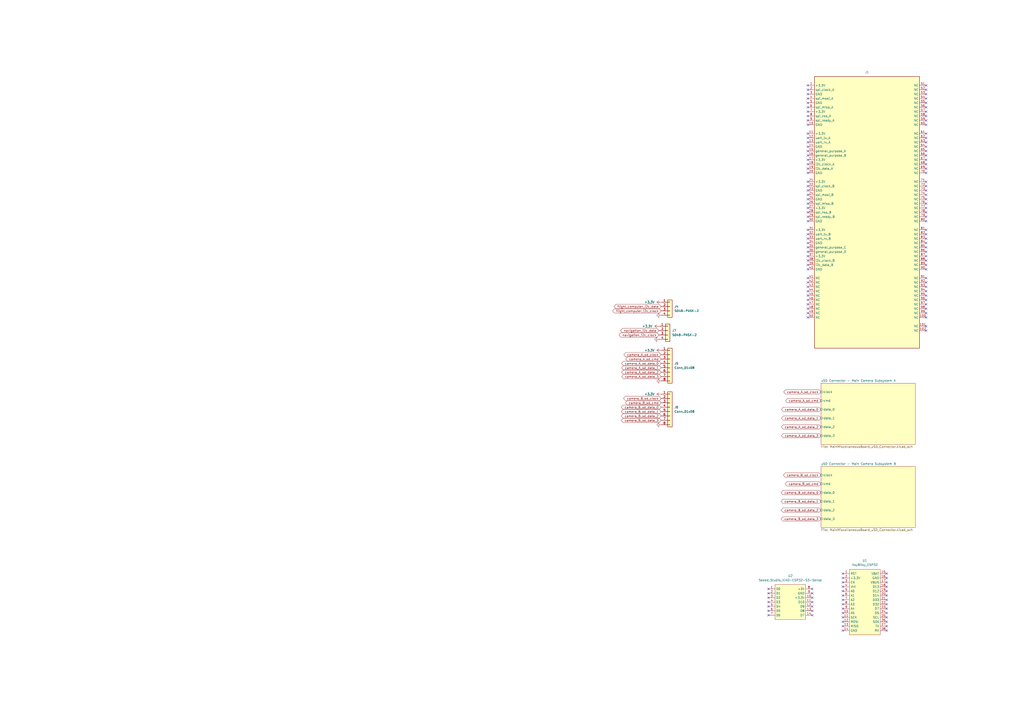
<source format=kicad_sch>
(kicad_sch (version 20250114) (generator "eeschema") (generator_version "9.0")
  (paper "A2")
  (lib_symbols
    (symbol "Connector_Generic:Conn_01x04" (pin_names (offset 1.016) (hide yes))
      (property "Reference" "J" (at 0 5.08 0))
      (property "Value" "Conn_01x04" (at 0 -7.62 0))
      (symbol "Conn_01x04_1_1"
        (rectangle (start -1.27 3.81) (end 1.27 -6.35) (stroke (width 0.254)) (fill (type background)))
        (rectangle (start -1.27 2.667) (end 0 2.413) (stroke (width 0.1524)))
        (rectangle (start -1.27 0.127) (end 0 -0.127) (stroke (width 0.1524)))
        (rectangle (start -1.27 -2.413) (end 0 -2.667) (stroke (width 0.1524)))
        (rectangle (start -1.27 -4.953) (end 0 -5.207) (stroke (width 0.1524)))
        (pin passive line (at -5.08 2.54 0) (length 3.81) (name "Pin_1") (number "1"))
        (pin passive line (at -5.08 0 0) (length 3.81) (name "Pin_2") (number "2"))
        (pin passive line (at -5.08 -2.54 0) (length 3.81) (name "Pin_3") (number "3"))
        (pin passive line (at -5.08 -5.08 0) (length 3.81) (name "Pin_4") (number "4"))
      )
    )
    (symbol "Connector_Generic:Conn_01x08" (pin_names (offset 1.016) (hide yes))
      (property "Reference" "J" (at 0 10.16 0))
      (property "Value" "Conn_01x08" (at 0 -12.7 0))
      (symbol "Conn_01x08_1_1"
        (rectangle (start -1.27 8.89) (end 1.27 -11.43) (stroke (width 0.254)) (fill (type background)))
        (rectangle (start -1.27 7.747) (end 0 7.493) (stroke (width 0.1524)))
        (rectangle (start -1.27 5.207) (end 0 4.953) (stroke (width 0.1524)))
        (rectangle (start -1.27 2.667) (end 0 2.413) (stroke (width 0.1524)))
        (rectangle (start -1.27 0.127) (end 0 -0.127) (stroke (width 0.1524)))
        (rectangle (start -1.27 -2.413) (end 0 -2.667) (stroke (width 0.1524)))
        (rectangle (start -1.27 -4.953) (end 0 -5.207) (stroke (width 0.1524)))
        (rectangle (start -1.27 -7.493) (end 0 -7.747) (stroke (width 0.1524)))
        (rectangle (start -1.27 -10.033) (end 0 -10.287) (stroke (width 0.1524)))
        (pin passive line (at -5.08 7.62 0) (length 3.81) (name "Pin_1") (number "1"))
        (pin passive line (at -5.08 5.08 0) (length 3.81) (name "Pin_2") (number "2"))
        (pin passive line (at -5.08 2.54 0) (length 3.81) (name "Pin_3") (number "3"))
        (pin passive line (at -5.08 0 0) (length 3.81) (name "Pin_4") (number "4"))
        (pin passive line (at -5.08 -2.54 0) (length 3.81) (name "Pin_5") (number "5"))
        (pin passive line (at -5.08 -5.08 0) (length 3.81) (name "Pin_6") (number "6"))
        (pin passive line (at -5.08 -7.62 0) (length 3.81) (name "Pin_7") (number "7"))
        (pin passive line (at -5.08 -10.16 0) (length 3.81) (name "Pin_8") (number "8"))
      )
    )
    (symbol "ItsyBitsy_ESP32:ItsyBitsy_ESP32"
      (property "Reference" "U" (at 0 3.048 0))
      (property "Value" "ItsyBitsy_ESP32" (at 0 1.524 0))
      (symbol "ItsyBitsy_ESP32_0_1"
        (rectangle (start -8.89 0) (end 8.89 -38.1) (fill (type background)))
      )
      (symbol "ItsyBitsy_ESP32_1_1"
        (pin passive line (at -12.7 -2.54 0) (length 3.81) (name "RST") (number "1"))
        (pin passive line (at -12.7 -5.08 0) (length 3.81) (name "+3.3V") (number "2"))
        (pin passive line (at -12.7 -7.62 0) (length 3.81) (name "EN") (number "3"))
        (pin passive line (at -12.7 -10.16 0) (length 3.81) (name "VHI") (number "4"))
        (pin passive line (at -12.7 -12.7 0) (length 3.81) (name "A0") (number "5"))
        (pin passive line (at -12.7 -15.24 0) (length 3.81) (name "A1") (number "6"))
        (pin passive line (at -12.7 -17.78 0) (length 3.81) (name "A2") (number "7"))
        (pin passive line (at -12.7 -20.32 0) (length 3.81) (name "A3") (number "8"))
        (pin passive line (at -12.7 -22.86 0) (length 3.81) (name "A4") (number "9"))
        (pin passive line (at -12.7 -25.4 0) (length 3.81) (name "A5") (number "10"))
        (pin passive line (at -12.7 -27.94 0) (length 3.81) (name "SCK") (number "11"))
        (pin passive line (at -12.7 -30.48 0) (length 3.81) (name "MOSI") (number "12"))
        (pin passive line (at -12.7 -33.02 0) (length 3.81) (name "MISO") (number "13"))
        (pin passive line (at -12.7 -35.56 0) (length 3.81) (name "GND") (number "14"))
        (pin passive line (at 12.7 -2.54 180) (length 3.81) (name "VBAT") (number "15"))
        (pin passive line (at 12.7 -5.08 180) (length 3.81) (name "GND") (number "16"))
        (pin passive line (at 12.7 -7.62 180) (length 3.81) (name "VBUS") (number "17"))
        (pin passive line (at 12.7 -10.16 180) (length 3.81) (name "D13") (number "18"))
        (pin passive line (at 12.7 -12.7 180) (length 3.81) (name "D12") (number "19"))
        (pin passive line (at 12.7 -15.24 180) (length 3.81) (name "D14") (number "20"))
        (pin passive line (at 12.7 -17.78 180) (length 3.81) (name "D33") (number "21"))
        (pin passive line (at 12.7 -20.32 180) (length 3.81) (name "D32") (number "22"))
        (pin passive line (at 12.7 -22.86 180) (length 3.81) (name "D7") (number "23"))
        (pin passive line (at 12.7 -25.4 180) (length 3.81) (name "D5") (number "24"))
        (pin passive line (at 12.7 -27.94 180) (length 3.81) (name "SCL") (number "25"))
        (pin passive line (at 12.7 -30.48 180) (length 3.81) (name "SDA") (number "26"))
        (pin passive line (at 12.7 -33.02 180) (length 3.81) (name "TX") (number "27"))
        (pin passive line (at 12.7 -35.56 180) (length 3.81) (name "RX") (number "28"))
      )
    )
    (symbol "Seeed_Studio_XIAO-ESP32-S3-Sense:Seeed_Studio_XIAO-ESP32-S3-Sense"
      (property "Reference" "U" (at 0 4.064 0))
      (property "Value" "Seeed_Studio_XIAO-ESP32-S3-Sense" (at 0 1.778 0))
      (symbol "Seeed_Studio_XIAO-ESP32-S3-Sense_0_1"
        (rectangle (start -8.89 0) (end 8.89 -20.32) (fill (type background)))
      )
      (symbol "Seeed_Studio_XIAO-ESP32-S3-Sense_1_1"
        (pin passive line (at -12.7 -2.54 0) (length 3.81) (name "D0") (number "1"))
        (pin passive line (at -12.7 -5.08 0) (length 3.81) (name "D1") (number "2"))
        (pin passive line (at -12.7 -7.62 0) (length 3.81) (name "D2") (number "3"))
        (pin passive line (at -12.7 -10.16 0) (length 3.81) (name "D3") (number "4"))
        (pin passive line (at -12.7 -12.7 0) (length 3.81) (name "D4") (number "5"))
        (pin passive line (at -12.7 -15.24 0) (length 3.81) (name "D5") (number "6"))
        (pin passive line (at -12.7 -17.78 0) (length 3.81) (name "D6") (number "7"))
        (pin passive line (at 12.7 -2.54 180) (length 3.81) (name "+5V") (number "8"))
        (pin passive line (at 12.7 -5.08 180) (length 3.81) (name "GND") (number "9"))
        (pin passive line (at 12.7 -7.62 180) (length 3.81) (name "+3.3V") (number "10"))
        (pin passive line (at 12.7 -10.16 180) (length 3.81) (name "D10") (number "11"))
        (pin passive line (at 12.7 -12.7 180) (length 3.81) (name "D9") (number "12"))
        (pin passive line (at 12.7 -15.24 180) (length 3.81) (name "D8") (number "13"))
        (pin passive line (at 12.7 -17.78 180) (length 3.81) (name "D7") (number "14"))
      )
    )
    (symbol "StackConnector:StackConnector"
      (property "Reference" "J" (at 0.508 1.524 0))
      (symbol "StackConnector_1_1"
        (rectangle (start 0 0) (end 60.96 -157.48) (stroke (width 0.254)) (fill (type background)))
        (pin passive line (at -3.81 -5.08 0) (length 3.81) (name "+3.3V") (number "1"))
        (pin passive line (at -3.81 -7.62 0) (length 3.81) (name "spi_clock_A") (number "2"))
        (pin passive line (at -3.81 -10.16 0) (length 3.81) (name "GND") (number "3"))
        (pin passive line (at -3.81 -12.7 0) (length 3.81) (name "spi_mosi_A") (number "4"))
        (pin passive line (at -3.81 -15.24 0) (length 3.81) (name "GND") (number "5"))
        (pin passive line (at -3.81 -17.78 0) (length 3.81) (name "spi_miso_A") (number "6"))
        (pin passive line (at -3.81 -20.32 0) (length 3.81) (name "+3.3V") (number "7"))
        (pin passive line (at -3.81 -22.86 0) (length 3.81) (name "spi_nss_A") (number "8"))
        (pin passive line (at -3.81 -25.4 0) (length 3.81) (name "spi_ready_A") (number "9"))
        (pin passive line (at -3.81 -27.94 0) (length 3.81) (name "GND") (number "10"))
        (pin passive line (at -3.81 -33.02 0) (length 3.81) (name "+3.3V") (number "11"))
        (pin passive line (at -3.81 -35.56 0) (length 3.81) (name "uart_tx_A") (number "12"))
        (pin passive line (at -3.81 -38.1 0) (length 3.81) (name "uart_rx_A") (number "13"))
        (pin passive line (at -3.81 -40.64 0) (length 3.81) (name "GND") (number "14"))
        (pin passive line (at -3.81 -43.18 0) (length 3.81) (name "general_purpose_A") (number "15"))
        (pin passive line (at -3.81 -45.72 0) (length 3.81) (name "general_purpose_B") (number "16"))
        (pin passive line (at -3.81 -48.26 0) (length 3.81) (name "+3.3V") (number "17"))
        (pin passive line (at -3.81 -50.8 0) (length 3.81) (name "i2c_clock_A") (number "18"))
        (pin passive line (at -3.81 -53.34 0) (length 3.81) (name "i2c_data_A") (number "19"))
        (pin passive line (at -3.81 -55.88 0) (length 3.81) (name "GND") (number "20"))
        (pin passive line (at -3.81 -60.96 0) (length 3.81) (name "+3.3V") (number "21"))
        (pin passive line (at -3.81 -63.5 0) (length 3.81) (name "spi_clock_B") (number "22"))
        (pin passive line (at -3.81 -66.04 0) (length 3.81) (name "GND") (number "23"))
        (pin passive line (at -3.81 -68.58 0) (length 3.81) (name "spi_mosi_B") (number "24"))
        (pin passive line (at -3.81 -71.12 0) (length 3.81) (name "GND") (number "25"))
        (pin passive line (at -3.81 -73.66 0) (length 3.81) (name "spi_miso_B") (number "26"))
        (pin passive line (at -3.81 -76.2 0) (length 3.81) (name "+3.3V") (number "27"))
        (pin passive line (at -3.81 -78.74 0) (length 3.81) (name "spi_nss_B") (number "28"))
        (pin passive line (at -3.81 -81.28 0) (length 3.81) (name "spi_ready_B") (number "29"))
        (pin passive line (at -3.81 -83.82 0) (length 3.81) (name "GND") (number "30"))
        (pin passive line (at -3.81 -88.9 0) (length 3.81) (name "+3.3V") (number "31"))
        (pin passive line (at -3.81 -91.44 0) (length 3.81) (name "uart_tx_B") (number "32"))
        (pin passive line (at -3.81 -93.98 0) (length 3.81) (name "uart_rx_B") (number "33"))
        (pin passive line (at -3.81 -96.52 0) (length 3.81) (name "GND") (number "34"))
        (pin passive line (at -3.81 -99.06 0) (length 3.81) (name "general_purpose_C") (number "35"))
        (pin passive line (at -3.81 -101.6 0) (length 3.81) (name "general_purpose_D") (number "36"))
        (pin passive line (at -3.81 -104.14 0) (length 3.81) (name "+3.3V") (number "37"))
        (pin passive line (at -3.81 -106.68 0) (length 3.81) (name "i2c_clock_B") (number "38"))
        (pin passive line (at -3.81 -109.22 0) (length 3.81) (name "i2c_data_B") (number "39"))
        (pin passive line (at -3.81 -111.76 0) (length 3.81) (name "GND") (number "40"))
        (pin passive line (at -3.81 -116.84 0) (length 3.81) (name "NC") (number "41"))
        (pin passive line (at -3.81 -119.38 0) (length 3.81) (name "NC") (number "42"))
        (pin passive line (at -3.81 -121.92 0) (length 3.81) (name "NC") (number "43"))
        (pin passive line (at -3.81 -124.46 0) (length 3.81) (name "NC") (number "44"))
        (pin passive line (at -3.81 -127 0) (length 3.81) (name "NC") (number "45"))
        (pin passive line (at -3.81 -129.54 0) (length 3.81) (name "NC") (number "46"))
        (pin passive line (at -3.81 -132.08 0) (length 3.81) (name "NC") (number "47"))
        (pin passive line (at -3.81 -134.62 0) (length 3.81) (name "NC") (number "48"))
        (pin passive line (at -3.81 -137.16 0) (length 3.81) (name "NC") (number "49"))
        (pin passive line (at -3.81 -139.7 0) (length 3.81) (name "NC") (number "50"))
        (pin passive line (at 64.77 -5.08 180) (length 3.81) (name "NC") (number "51"))
        (pin passive line (at 64.77 -7.62 180) (length 3.81) (name "NC") (number "52"))
        (pin passive line (at 64.77 -10.16 180) (length 3.81) (name "NC") (number "53"))
        (pin passive line (at 64.77 -12.7 180) (length 3.81) (name "NC") (number "54"))
        (pin passive line (at 64.77 -15.24 180) (length 3.81) (name "NC") (number "55"))
        (pin passive line (at 64.77 -17.78 180) (length 3.81) (name "NC") (number "56"))
        (pin passive line (at 64.77 -20.32 180) (length 3.81) (name "NC") (number "57"))
        (pin passive line (at 64.77 -22.86 180) (length 3.81) (name "NC") (number "58"))
        (pin passive line (at 64.77 -25.4 180) (length 3.81) (name "NC") (number "59"))
        (pin passive line (at 64.77 -27.94 180) (length 3.81) (name "NC") (number "60"))
        (pin passive line (at 64.77 -33.02 180) (length 3.81) (name "NC") (number "61"))
        (pin passive line (at 64.77 -35.56 180) (length 3.81) (name "NC") (number "62"))
        (pin passive line (at 64.77 -38.1 180) (length 3.81) (name "NC") (number "63"))
        (pin passive line (at 64.77 -40.64 180) (length 3.81) (name "NC") (number "64"))
        (pin passive line (at 64.77 -43.18 180) (length 3.81) (name "NC") (number "65"))
        (pin passive line (at 64.77 -45.72 180) (length 3.81) (name "NC") (number "66"))
        (pin passive line (at 64.77 -48.26 180) (length 3.81) (name "NC") (number "67"))
        (pin passive line (at 64.77 -50.8 180) (length 3.81) (name "NC") (number "68"))
        (pin passive line (at 64.77 -53.34 180) (length 3.81) (name "NC") (number "69"))
        (pin passive line (at 64.77 -55.88 180) (length 3.81) (name "NC") (number "70"))
        (pin passive line (at 64.77 -60.96 180) (length 3.81) (name "NC") (number "71"))
        (pin passive line (at 64.77 -63.5 180) (length 3.81) (name "NC") (number "72"))
        (pin passive line (at 64.77 -66.04 180) (length 3.81) (name "NC") (number "73"))
        (pin passive line (at 64.77 -68.58 180) (length 3.81) (name "NC") (number "74"))
        (pin passive line (at 64.77 -71.12 180) (length 3.81) (name "NC") (number "75"))
        (pin passive line (at 64.77 -73.66 180) (length 3.81) (name "NC") (number "76"))
        (pin passive line (at 64.77 -76.2 180) (length 3.81) (name "NC") (number "77"))
        (pin passive line (at 64.77 -78.74 180) (length 3.81) (name "NC") (number "78"))
        (pin passive line (at 64.77 -81.28 180) (length 3.81) (name "NC") (number "79"))
        (pin passive line (at 64.77 -83.82 180) (length 3.81) (name "NC") (number "80"))
        (pin passive line (at 64.77 -88.9 180) (length 3.81) (name "NC") (number "81"))
        (pin passive line (at 64.77 -91.44 180) (length 3.81) (name "NC") (number "82"))
        (pin passive line (at 64.77 -93.98 180) (length 3.81) (name "NC") (number "83"))
        (pin passive line (at 64.77 -96.52 180) (length 3.81) (name "NC") (number "84"))
        (pin passive line (at 64.77 -99.06 180) (length 3.81) (name "NC") (number "85"))
        (pin passive line (at 64.77 -101.6 180) (length 3.81) (name "NC") (number "86"))
        (pin passive line (at 64.77 -104.14 180) (length 3.81) (name "NC") (number "87"))
        (pin passive line (at 64.77 -106.68 180) (length 3.81) (name "NC") (number "88"))
        (pin passive line (at 64.77 -109.22 180) (length 3.81) (name "NC") (number "89"))
        (pin passive line (at 64.77 -111.76 180) (length 3.81) (name "NC") (number "90"))
        (pin passive line (at 64.77 -116.84 180) (length 3.81) (name "NC") (number "91"))
        (pin passive line (at 64.77 -119.38 180) (length 3.81) (name "NC") (number "92"))
        (pin passive line (at 64.77 -121.92 180) (length 3.81) (name "NC") (number "93"))
        (pin passive line (at 64.77 -124.46 180) (length 3.81) (name "NC") (number "94"))
        (pin passive line (at 64.77 -127 180) (length 3.81) (name "NC") (number "95"))
        (pin passive line (at 64.77 -129.54 180) (length 3.81) (name "NC") (number "96"))
        (pin passive line (at 64.77 -132.08 180) (length 3.81) (name "NC") (number "97"))
        (pin passive line (at 64.77 -134.62 180) (length 3.81) (name "NC") (number "98"))
        (pin passive line (at 64.77 -137.16 180) (length 3.81) (name "NC") (number "99"))
        (pin passive line (at 64.77 -139.7 180) (length 3.81) (name "NC") (number "100"))
        (pin passive line (at 64.77 -144.78 180) (length 3.81) (name "NC") (number "101"))
        (pin passive line (at 64.77 -147.32 180) (length 3.81) (name "NC") (number "102"))
      )
    )
    (symbol "power:+3.3V" (power) (pin_numbers (hide yes)) (pin_names (offset 0) (hide yes))
      (property "Value" "+3.3V" (at 0 3.556 0))
      (symbol "+3.3V_0_1"
        (polyline (pts (xy -0.762 1.27) (xy 0 2.54)))
        (polyline (pts (xy 0 2.54) (xy 0.762 1.27)))
        (polyline (pts (xy 0 0) (xy 0 2.54)))
      )
      (symbol "+3.3V_1_1"
        (pin power_in line (at 0 0 90) (length 0) (name "~") (number "1"))
      )
    )
    (symbol "power:GND" (power) (pin_numbers (hide yes)) (pin_names (offset 0) (hide yes))
      (property "Value" "GND" (at 0 -3.81 0))
      (symbol "GND_0_1"
        (polyline (pts (xy 0 0) (xy 0 -1.27) (xy 1.27 -1.27) (xy 0 -2.54) (xy -1.27 -1.27) (xy 0 -1.27)))
      )
      (symbol "GND_1_1"
        (pin power_in line (at 0 0 270) (length 0) (name "~") (number "1"))
      )
    )
  )
  (no_connect (at 445.77 356.87))
  (no_connect (at 488.95 358.14))
  (no_connect (at 488.95 342.9))
  (no_connect (at 468.63 133.35))
  (no_connect (at 537.21 105.41))
  (no_connect (at 468.63 82.55))
  (no_connect (at 537.21 133.35))
  (no_connect (at 537.21 87.63))
  (no_connect (at 537.21 148.59))
  (no_connect (at 514.35 340.36))
  (no_connect (at 471.17 346.71))
  (no_connect (at 468.63 166.37))
  (no_connect (at 468.63 115.57))
  (no_connect (at 471.17 351.79))
  (no_connect (at 537.21 176.53))
  (no_connect (at 537.21 54.61))
  (no_connect (at 468.63 64.77))
  (no_connect (at 488.95 335.28))
  (no_connect (at 468.63 163.83))
  (no_connect (at 468.63 138.43))
  (no_connect (at 537.21 171.45))
  (no_connect (at 537.21 49.53))
  (no_connect (at 514.35 353.06))
  (no_connect (at 468.63 105.41))
  (no_connect (at 468.63 176.53))
  (no_connect (at 471.17 341.63))
  (no_connect (at 468.63 95.25))
  (no_connect (at 514.35 363.22))
  (no_connect (at 514.35 332.74))
  (no_connect (at 468.63 173.99))
  (no_connect (at 445.77 349.25))
  (no_connect (at 468.63 113.03))
  (no_connect (at 537.21 85.09))
  (no_connect (at 537.21 62.23))
  (no_connect (at 514.35 350.52))
  (no_connect (at 468.63 143.51))
  (no_connect (at 445.77 341.63))
  (no_connect (at 468.63 128.27))
  (no_connect (at 468.63 161.29))
  (no_connect (at 537.21 107.95))
  (no_connect (at 488.95 332.74))
  (no_connect (at 468.63 123.19))
  (no_connect (at 537.21 57.15))
  (no_connect (at 537.21 90.17))
  (no_connect (at 537.21 135.89))
  (no_connect (at 471.17 349.25))
  (no_connect (at 537.21 52.07))
  (no_connect (at 445.77 354.33))
  (no_connect (at 468.63 57.15))
  (no_connect (at 514.35 355.6))
  (no_connect (at 468.63 72.39))
  (no_connect (at 514.35 345.44))
  (no_connect (at 468.63 87.63))
  (no_connect (at 537.21 189.23))
  (no_connect (at 537.21 72.39))
  (no_connect (at 468.63 120.65))
  (no_connect (at 537.21 161.29))
  (no_connect (at 468.63 118.11))
  (no_connect (at 537.21 80.01))
  (no_connect (at 537.21 184.15))
  (no_connect (at 468.63 156.21))
  (no_connect (at 488.95 365.76))
  (no_connect (at 468.63 92.71))
  (no_connect (at 468.63 59.69))
  (no_connect (at 514.35 335.28))
  (no_connect (at 537.21 125.73))
  (no_connect (at 488.95 353.06))
  (no_connect (at 445.77 351.79))
  (no_connect (at 537.21 82.55))
  (no_connect (at 468.63 151.13))
  (no_connect (at 468.63 52.07))
  (no_connect (at 468.63 153.67))
  (no_connect (at 468.63 168.91))
  (no_connect (at 537.21 140.97))
  (no_connect (at 468.63 49.53))
  (no_connect (at 537.21 143.51))
  (no_connect (at 468.63 140.97))
  (no_connect (at 537.21 64.77))
  (no_connect (at 468.63 125.73))
  (no_connect (at 445.77 346.71))
  (no_connect (at 537.21 181.61))
  (no_connect (at 537.21 67.31))
  (no_connect (at 537.21 59.69))
  (no_connect (at 537.21 151.13))
  (no_connect (at 468.63 100.33))
  (no_connect (at 537.21 168.91))
  (no_connect (at 537.21 166.37))
  (no_connect (at 537.21 115.57))
  (no_connect (at 488.95 340.36))
  (no_connect (at 445.77 344.17))
  (no_connect (at 471.17 356.87))
  (no_connect (at 488.95 345.44))
  (no_connect (at 471.17 344.17))
  (no_connect (at 537.21 113.03))
  (no_connect (at 514.35 347.98))
  (no_connect (at 537.21 138.43))
  (no_connect (at 537.21 120.65))
  (no_connect (at 514.35 358.14))
  (no_connect (at 468.63 77.47))
  (no_connect (at 514.35 342.9))
  (no_connect (at 468.63 85.09))
  (no_connect (at 537.21 97.79))
  (no_connect (at 488.95 337.82))
  (no_connect (at 468.63 110.49))
  (no_connect (at 537.21 110.49))
  (no_connect (at 537.21 123.19))
  (no_connect (at 537.21 191.77))
  (no_connect (at 537.21 77.47))
  (no_connect (at 514.35 337.82))
  (no_connect (at 488.95 363.22))
  (no_connect (at 537.21 95.25))
  (no_connect (at 468.63 181.61))
  (no_connect (at 468.63 90.17))
  (no_connect (at 468.63 97.79))
  (no_connect (at 537.21 153.67))
  (no_connect (at 468.63 135.89))
  (no_connect (at 514.35 360.68))
  (no_connect (at 488.95 355.6))
  (no_connect (at 468.63 80.01))
  (no_connect (at 537.21 100.33))
  (no_connect (at 537.21 146.05))
  (no_connect (at 468.63 54.61))
  (no_connect (at 468.63 62.23))
  (no_connect (at 468.63 146.05))
  (no_connect (at 537.21 163.83))
  (no_connect (at 488.95 350.52))
  (no_connect (at 514.35 365.76))
  (no_connect (at 537.21 156.21))
  (no_connect (at 468.63 148.59))
  (no_connect (at 468.63 184.15))
  (no_connect (at 537.21 69.85))
  (no_connect (at 468.63 107.95))
  (no_connect (at 537.21 92.71))
  (no_connect (at 468.63 67.31))
  (no_connect (at 537.21 173.99))
  (no_connect (at 468.63 69.85))
  (no_connect (at 468.63 179.07))
  (no_connect (at 488.95 360.68))
  (no_connect (at 468.63 171.45))
  (no_connect (at 471.17 354.33))
  (no_connect (at 537.21 128.27))
  (no_connect (at 537.21 118.11))
  (no_connect (at 488.95 347.98))
  (no_connect (at 537.21 179.07))
  (global_label "camera_B_sd_data_1" (shape bidirectional) (at 476.25 290.83 180) (property "Intersheetrefs" "${INTERSHEET_REFS}" (effects (hide yes))))
  (global_label "camera_A_sd_clock" (shape bidirectional) (at 476.25 227.33 180) (property "Intersheetrefs" "${INTERSHEET_REFS}" (effects (hide yes))))
  (global_label "camera_A_sd_data_0" (shape bidirectional) (at 476.25 237.49 180) (property "Intersheetrefs" "${INTERSHEET_REFS}" (effects (hide yes))))
  (global_label "camera_B_sd_clock" (shape bidirectional) (at 476.25 275.59 180) (property "Intersheetrefs" "${INTERSHEET_REFS}" (effects (hide yes))))
  (global_label "camera_A_sd_data_3" (shape bidirectional) (at 476.25 252.73 180) (property "Intersheetrefs" "${INTERSHEET_REFS}" (effects (hide yes))))
  (global_label "camera_B_sd_cmd" (shape bidirectional) (at 383.54 233.68 180) (property "Intersheetrefs" "${INTERSHEET_REFS}" (effects (hide yes))))
  (global_label "camera_B_sd_data_0" (shape bidirectional) (at 476.25 285.75 180) (property "Intersheetrefs" "${INTERSHEET_REFS}" (effects (hide yes))))
  (global_label "camera_A_sd_data_0" (shape bidirectional) (at 383.54 210.82 180) (property "Intersheetrefs" "${INTERSHEET_REFS}" (effects (hide yes))))
  (global_label "camera_A_sd_cmd" (shape bidirectional) (at 383.54 208.28 180) (property "Intersheetrefs" "${INTERSHEET_REFS}" (effects (hide yes))))
  (global_label "flight_computer_i2c_data" (shape bidirectional) (at 383.54 177.8 180) (property "Intersheetrefs" "${INTERSHEET_REFS}" (effects (hide yes))))
  (global_label "navigation_i2c_clock" (shape bidirectional) (at 382.27 194.31 180) (property "Intersheetrefs" "${INTERSHEET_REFS}" (effects (hide yes))))
  (global_label "flight_computer_i2c_clock" (shape bidirectional) (at 383.54 180.34 180) (property "Intersheetrefs" "${INTERSHEET_REFS}" (effects (hide yes))))
  (global_label "camera_B_sd_data_1" (shape bidirectional) (at 383.54 238.76 180) (property "Intersheetrefs" "${INTERSHEET_REFS}" (effects (hide yes))))
  (global_label "camera_A_sd_data_3" (shape bidirectional) (at 383.54 218.44 180) (property "Intersheetrefs" "${INTERSHEET_REFS}" (effects (hide yes))))
  (global_label "camera_B_sd_data_3" (shape bidirectional) (at 383.54 243.84 180) (property "Intersheetrefs" "${INTERSHEET_REFS}" (effects (hide yes))))
  (global_label "camera_B_sd_data_0" (shape bidirectional) (at 383.54 236.22 180) (property "Intersheetrefs" "${INTERSHEET_REFS}" (effects (hide yes))))
  (global_label "camera_A_sd_cmd" (shape bidirectional) (at 476.25 232.41 180) (property "Intersheetrefs" "${INTERSHEET_REFS}" (effects (hide yes))))
  (global_label "camera_A_sd_data_1" (shape bidirectional) (at 476.25 242.57 180) (property "Intersheetrefs" "${INTERSHEET_REFS}" (effects (hide yes))))
  (global_label "camera_A_sd_data_1" (shape bidirectional) (at 383.54 213.36 180) (property "Intersheetrefs" "${INTERSHEET_REFS}" (effects (hide yes))))
  (global_label "camera_A_sd_data_2" (shape bidirectional) (at 383.54 215.9 180) (property "Intersheetrefs" "${INTERSHEET_REFS}" (effects (hide yes))))
  (global_label "camera_B_sd_cmd" (shape bidirectional) (at 476.25 280.67 180) (property "Intersheetrefs" "${INTERSHEET_REFS}" (effects (hide yes))))
  (global_label "camera_B_sd_data_2" (shape bidirectional) (at 383.54 241.3 180) (property "Intersheetrefs" "${INTERSHEET_REFS}" (effects (hide yes))))
  (global_label "camera_B_sd_data_3" (shape bidirectional) (at 476.25 300.99 180) (property "Intersheetrefs" "${INTERSHEET_REFS}" (effects (hide yes))))
  (global_label "navigation_i2c_data" (shape bidirectional) (at 382.27 191.77 180) (property "Intersheetrefs" "${INTERSHEET_REFS}" (effects (hide yes))))
  (global_label "camera_A_sd_clock" (shape bidirectional) (at 383.54 205.74 180) (property "Intersheetrefs" "${INTERSHEET_REFS}" (effects (hide yes))))
  (global_label "camera_B_sd_clock" (shape bidirectional) (at 383.54 231.14 180) (property "Intersheetrefs" "${INTERSHEET_REFS}" (effects (hide yes))))
  (global_label "camera_A_sd_data_2" (shape bidirectional) (at 476.25 247.65 180) (property "Intersheetrefs" "${INTERSHEET_REFS}" (effects (hide yes))))
  (global_label "camera_B_sd_data_2" (shape bidirectional) (at 476.25 295.91 180) (property "Intersheetrefs" "${INTERSHEET_REFS}" (effects (hide yes))))
  (symbol (lib_id "StackConnector:StackConnector") (at 472.44 44.45 0) (unit 1)
    (property "Reference" "J1" (at 502.92 41.91 0))
    (property "Footprint" "pcb:StackConnector" (effects (hide yes)))
  )
  (symbol (lib_id "Connector_Generic:Conn_01x04") (at 388.62 177.8 0) (unit 1)
    (property "Reference" "J4" (at 391.16 177.7999 0) (effects (justify left)))
    (property "Value" "S04B-PASK-2" (at 391.16 180.3399 0) (effects (justify left)))
    (property "Footprint" "pcb:S04B-PASK-2" (effects (hide yes)))
    (property "Description" "Generic connector, single row, 01x04, script generated (kicad-library-utils/schlib/autogen/connector/)" (effects (hide yes)))
  )
  (symbol (lib_id "power:GND") (at 383.54 220.98 270) (unit 1)
    (property "Reference" "#PWR08" (effects (hide yes)))
    (property "Value" "GND" (effects (hide yes)))
    (property "Description" "Power symbol creates a global label with name \"GND\" , ground" (effects (hide yes)))
  )
  (symbol (lib_id "Seeed_Studio_XIAO-ESP32-S3-Sense:Seeed_Studio_XIAO-ESP32-S3-Sense") (at 458.47 339.09 0) (unit 1)
    (property "Reference" "U2" (at 458.47 334.01 0))
    (property "Value" "Seeed_Studio_XIAO-ESP32-S3-Sense" (at 458.47 336.55 0))
    (property "Footprint" "pcb:Seeed_Studio_XIAO_ESP32_S3" (effects (hide yes)))
  )
  (symbol (lib_id "power:GND") (at 382.27 196.85 270) (unit 1)
    (property "Reference" "#PWR014" (effects (hide yes)))
    (property "Value" "GND" (effects (hide yes)))
    (property "Description" "Power symbol creates a global label with name \"GND\" , ground" (effects (hide yes)))
  )
  (symbol (lib_id "power:+3.3V") (at 383.54 203.2 90) (unit 1)
    (property "Reference" "#PWR07" (effects (hide yes)))
    (property "Value" "+3.3V" (at 379.73 203.1999 90) (effects (justify left)))
    (property "Description" "Power symbol creates a global label with name \"+3.3V\"" (effects (hide yes)))
  )
  (symbol (lib_id "power:+3.3V") (at 383.54 175.26 90) (unit 1)
    (property "Reference" "#PWR011" (effects (hide yes)))
    (property "Value" "+3.3V" (at 379.73 175.2599 90) (effects (justify left)))
    (property "Description" "Power symbol creates a global label with name \"+3.3V\"" (effects (hide yes)))
  )
  (symbol (lib_id "power:GND") (at 383.54 182.88 270) (unit 1)
    (property "Reference" "#PWR012" (effects (hide yes)))
    (property "Value" "GND" (effects (hide yes)))
    (property "Description" "Power symbol creates a global label with name \"GND\" , ground" (effects (hide yes)))
  )
  (symbol (lib_id "Connector_Generic:Conn_01x04") (at 387.35 191.77 0) (unit 1)
    (property "Reference" "J7" (at 389.89 191.7699 0) (effects (justify left)))
    (property "Value" "S04B-PASK-2" (at 389.89 194.3099 0) (effects (justify left)))
    (property "Footprint" "pcb:S04B-PASK-2" (effects (hide yes)))
    (property "Description" "Generic connector, single row, 01x04, script generated (kicad-library-utils/schlib/autogen/connector/)" (effects (hide yes)))
  )
  (symbol (lib_id "power:+3.3V") (at 383.54 228.6 90) (unit 1)
    (property "Reference" "#PWR09" (effects (hide yes)))
    (property "Value" "+3.3V" (at 379.73 228.5999 90) (effects (justify left)))
    (property "Description" "Power symbol creates a global label with name \"+3.3V\"" (effects (hide yes)))
  )
  (symbol (lib_id "Connector_Generic:Conn_01x08") (at 388.62 210.82 0) (unit 1)
    (property "Reference" "J5" (at 391.16 210.8199 0) (effects (justify left)))
    (property "Value" "Conn_01x08" (at 391.16 213.3599 0) (effects (justify left)))
    (property "Description" "Generic connector, single row, 01x08, script generated (kicad-library-utils/schlib/autogen/connector/)" (effects (hide yes)))
  )
  (symbol (lib_id "power:+3.3V") (at 382.27 189.23 90) (unit 1)
    (property "Reference" "#PWR013" (effects (hide yes)))
    (property "Value" "+3.3V" (at 378.46 189.2299 90) (effects (justify left)))
    (property "Description" "Power symbol creates a global label with name \"+3.3V\"" (effects (hide yes)))
  )
  (symbol (lib_id "power:GND") (at 383.54 246.38 270) (unit 1)
    (property "Reference" "#PWR010" (effects (hide yes)))
    (property "Value" "GND" (effects (hide yes)))
    (property "Description" "Power symbol creates a global label with name \"GND\" , ground" (effects (hide yes)))
  )
  (symbol (lib_id "Connector_Generic:Conn_01x08") (at 388.62 236.22 0) (unit 1)
    (property "Reference" "J6" (at 391.16 236.2199 0) (effects (justify left)))
    (property "Value" "Conn_01x08" (at 391.16 238.7599 0) (effects (justify left)))
    (property "Description" "Generic connector, single row, 01x08, script generated (kicad-library-utils/schlib/autogen/connector/)" (effects (hide yes)))
  )
  (symbol (lib_id "ItsyBitsy_ESP32:ItsyBitsy_ESP32") (at 501.65 330.2 0) (unit 1)
    (property "Reference" "U1" (at 501.65 325.12 0))
    (property "Value" "ItsyBitsy_ESP32" (at 501.65 327.66 0))
    (property "Footprint" "pcb:ItsyBitsy_ESP32" (effects (hide yes)))
  )
  (sheet (at 476.25 270.51) (size 54.61 35.56) (stroke (width 0.1524) (color 132 0 0 1)) (fill (color 255 255 194 1.0000))
    (property "Sheetname" "uSD Connector - Main Camera Subsystem B" (at 476.25 269.7984 0) (effects (justify left bottom)))
    (property "Sheetfile" "MainMiscellaneousBoard_uSD_Connector.kicad_sch" (at 476.25 306.6546 0) (effects (justify left top)))
    (pin "clock" input (at 476.25 275.59 180))
    (pin "cmd" input (at 476.25 280.67 180))
    (pin "data_0" input (at 476.25 285.75 180))
    (pin "data_1" input (at 476.25 290.83 180))
    (pin "data_2" input (at 476.25 295.91 180))
    (pin "data_3" input (at 476.25 300.99 180))
  )
  (sheet (at 476.25 222.25) (size 54.61 35.56) (stroke (width 0.1524) (color 132 0 0 1)) (fill (color 255 255 194 1.0000))
    (property "Sheetname" "uSD Connector - Main Camera Subsystem A" (at 476.25 221.5384 0) (effects (justify left bottom)))
    (property "Sheetfile" "MainMiscellaneousBoard_uSD_Connector.kicad_sch" (at 476.25 258.3946 0) (effects (justify left top)))
    (pin "clock" input (at 476.25 227.33 180))
    (pin "cmd" input (at 476.25 232.41 180))
    (pin "data_0" input (at 476.25 237.49 180))
    (pin "data_1" input (at 476.25 242.57 180))
    (pin "data_2" input (at 476.25 247.65 180))
    (pin "data_3" input (at 476.25 252.73 180))
  )
)
</source>
